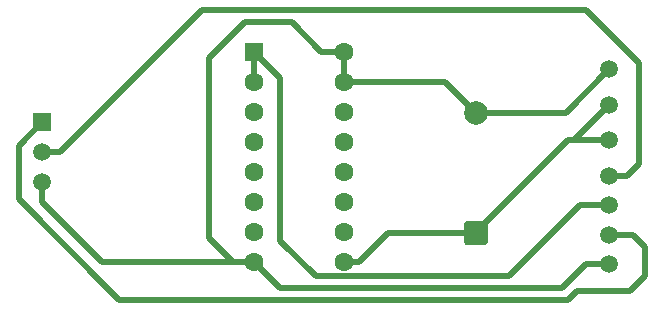
<source format=gbr>
%TF.GenerationSoftware,KiCad,Pcbnew,9.0.3-9.0.3-0~ubuntu24.04.1*%
%TF.CreationDate,2025-07-20T22:02:49+02:00*%
%TF.ProjectId,humidity-control,68756d69-6469-4747-992d-636f6e74726f,rev?*%
%TF.SameCoordinates,Original*%
%TF.FileFunction,Copper,L2,Bot*%
%TF.FilePolarity,Positive*%
%FSLAX46Y46*%
G04 Gerber Fmt 4.6, Leading zero omitted, Abs format (unit mm)*
G04 Created by KiCad (PCBNEW 9.0.3-9.0.3-0~ubuntu24.04.1) date 2025-07-20 22:02:49*
%MOMM*%
%LPD*%
G01*
G04 APERTURE LIST*
G04 Aperture macros list*
%AMRoundRect*
0 Rectangle with rounded corners*
0 $1 Rounding radius*
0 $2 $3 $4 $5 $6 $7 $8 $9 X,Y pos of 4 corners*
0 Add a 4 corners polygon primitive as box body*
4,1,4,$2,$3,$4,$5,$6,$7,$8,$9,$2,$3,0*
0 Add four circle primitives for the rounded corners*
1,1,$1+$1,$2,$3*
1,1,$1+$1,$4,$5*
1,1,$1+$1,$6,$7*
1,1,$1+$1,$8,$9*
0 Add four rect primitives between the rounded corners*
20,1,$1+$1,$2,$3,$4,$5,0*
20,1,$1+$1,$4,$5,$6,$7,0*
20,1,$1+$1,$6,$7,$8,$9,0*
20,1,$1+$1,$8,$9,$2,$3,0*%
G04 Aperture macros list end*
%TA.AperFunction,ComponentPad*%
%ADD10C,1.500000*%
%TD*%
%TA.AperFunction,ComponentPad*%
%ADD11R,1.500000X1.500000*%
%TD*%
%TA.AperFunction,ComponentPad*%
%ADD12RoundRect,0.250000X-0.550000X-0.550000X0.550000X-0.550000X0.550000X0.550000X-0.550000X0.550000X0*%
%TD*%
%TA.AperFunction,ComponentPad*%
%ADD13C,1.600000*%
%TD*%
%TA.AperFunction,ComponentPad*%
%ADD14RoundRect,0.250000X0.750000X-0.750000X0.750000X0.750000X-0.750000X0.750000X-0.750000X-0.750000X0*%
%TD*%
%TA.AperFunction,ComponentPad*%
%ADD15C,2.000000*%
%TD*%
%TA.AperFunction,Conductor*%
%ADD16C,0.500000*%
%TD*%
%TA.AperFunction,Conductor*%
%ADD17C,0.200000*%
%TD*%
G04 APERTURE END LIST*
D10*
%TO.P,,2*%
%TO.N,N/C*%
X169000000Y-68000000D03*
%TD*%
%TO.P,,2*%
%TO.N,N/C*%
X169000000Y-65000000D03*
%TD*%
%TO.P,,2*%
%TO.N,N/C*%
X169000000Y-76500000D03*
%TD*%
%TO.P,,2*%
%TO.N,N/C*%
X169000000Y-71000000D03*
%TD*%
%TO.P,,2*%
%TO.N,N/C*%
X169000000Y-81500000D03*
%TD*%
%TO.P,,2*%
%TO.N,N/C*%
X169000000Y-74000000D03*
%TD*%
%TO.P,,2*%
%TO.N,N/C*%
X169000000Y-79000000D03*
%TD*%
D11*
%TO.P,HDT11,1*%
%TO.N,N/C*%
X121000000Y-69500000D03*
D10*
%TO.P,HDT11,2*%
X121000000Y-72000000D03*
%TO.P,HDT11,3*%
X121000000Y-74500000D03*
%TD*%
D12*
%TO.P,ULN7002A,1*%
%TO.N,N/C*%
X138880000Y-63500000D03*
D13*
%TO.P,ULN7002A,2*%
X138880000Y-66040000D03*
%TO.P,ULN7002A,3*%
X138880000Y-68580000D03*
%TO.P,ULN7002A,4*%
X138880000Y-71120000D03*
%TO.P,ULN7002A,5*%
X138880000Y-73660000D03*
%TO.P,ULN7002A,6*%
X138880000Y-76200000D03*
%TO.P,ULN7002A,7*%
X138880000Y-78740000D03*
%TO.P,ULN7002A,8*%
X138880000Y-81280000D03*
%TO.P,ULN7002A,9*%
X146500000Y-81280000D03*
%TO.P,ULN7002A,10*%
X146500000Y-78740000D03*
%TO.P,ULN7002A,11*%
X146500000Y-76200000D03*
%TO.P,ULN7002A,12*%
X146500000Y-73660000D03*
%TO.P,ULN7002A,13*%
X146500000Y-71120000D03*
%TO.P,ULN7002A,14*%
X146500000Y-68580000D03*
%TO.P,ULN7002A,15*%
X146500000Y-66040000D03*
%TO.P,ULN7002A,16*%
X146500000Y-63500000D03*
%TD*%
D14*
%TO.P,REF\u002A\u002A,1*%
%TO.N,N/C*%
X157750000Y-78830000D03*
D15*
%TO.P,REF\u002A\u002A,2*%
X157750000Y-68670000D03*
%TD*%
D16*
%TO.N,*%
X157750000Y-68670000D02*
X165330000Y-68670000D01*
X165330000Y-68670000D02*
X169000000Y-65000000D01*
X146500000Y-66040000D02*
X155120000Y-66040000D01*
X155120000Y-66040000D02*
X157750000Y-68670000D01*
X146500000Y-66040000D02*
X146540000Y-66000000D01*
X146500000Y-81280000D02*
X147780000Y-81280000D01*
X147780000Y-81280000D02*
X150230000Y-78830000D01*
X150230000Y-78830000D02*
X157750000Y-78830000D01*
X138880000Y-63500000D02*
X141130000Y-65750000D01*
X141130000Y-65750000D02*
X141130000Y-79500000D01*
X141130000Y-79500000D02*
X144130000Y-82500000D01*
X144130000Y-82500000D02*
X147000000Y-82500000D01*
X147000000Y-82500000D02*
X160500000Y-82500000D01*
X160500000Y-82500000D02*
X166500000Y-76500000D01*
X166500000Y-76500000D02*
X169000000Y-76500000D01*
X141130000Y-83500000D02*
X165000000Y-83500000D01*
X121000000Y-74500000D02*
X121000000Y-76246200D01*
X121000000Y-76246200D02*
X126033800Y-81280000D01*
X126033800Y-81280000D02*
X138880000Y-81280000D01*
X165500000Y-71000000D02*
X166000000Y-71000000D01*
X166000000Y-71000000D02*
X169000000Y-68000000D01*
X121000000Y-72000000D02*
X122500000Y-72000000D01*
X122500000Y-72000000D02*
X134500000Y-60000000D01*
X167000000Y-60000000D02*
X171500000Y-64500000D01*
X134500000Y-60000000D02*
X167000000Y-60000000D01*
X171500000Y-64500000D02*
X171500000Y-73000000D01*
X170500000Y-74000000D02*
X169000000Y-74000000D01*
X171500000Y-73000000D02*
X170500000Y-74000000D01*
X138130000Y-61000000D02*
X135130000Y-64000000D01*
X135130000Y-79280000D02*
X137130000Y-81280000D01*
X142130000Y-61000000D02*
X138130000Y-61000000D01*
X137130000Y-81280000D02*
X138880000Y-81280000D01*
X146500000Y-63500000D02*
X144630000Y-63500000D01*
X144630000Y-63500000D02*
X142130000Y-61000000D01*
X135130000Y-64000000D02*
X135130000Y-79280000D01*
X138880000Y-81280000D02*
X138910000Y-81280000D01*
X138910000Y-81280000D02*
X141130000Y-83500000D01*
X169000000Y-81500000D02*
X167000000Y-81500000D01*
X167000000Y-81500000D02*
X165000000Y-83500000D01*
X172000000Y-80000000D02*
X172000000Y-82500000D01*
X169000000Y-79000000D02*
X171000000Y-79000000D01*
X171000000Y-79000000D02*
X172000000Y-80000000D01*
X172000000Y-82500000D02*
X170750000Y-83750000D01*
X165500000Y-84500000D02*
X127500000Y-84500000D01*
X170750000Y-83750000D02*
X166250000Y-83750000D01*
X166250000Y-83750000D02*
X165500000Y-84500000D01*
X127500000Y-84500000D02*
X127000000Y-84000000D01*
X127000000Y-84000000D02*
X119000000Y-76000000D01*
X119000000Y-76000000D02*
X119000000Y-71500000D01*
X119000000Y-71500000D02*
X121000000Y-69500000D01*
X138880000Y-81280000D02*
X139130000Y-81530000D01*
X157750000Y-78750000D02*
X165500000Y-71000000D01*
D17*
X157750000Y-78830000D02*
X157750000Y-78750000D01*
D16*
X169000000Y-71000000D02*
X166500000Y-71000000D01*
X165500000Y-71000000D02*
X166500000Y-71000000D01*
X166500000Y-71000000D02*
X166080000Y-71000000D01*
X146500000Y-63500000D02*
X146500000Y-66040000D01*
X138880000Y-63500000D02*
X138880000Y-66040000D01*
D17*
X158000000Y-79750000D02*
X156830000Y-79750000D01*
X146500000Y-81280000D02*
X146720000Y-81500000D01*
%TD*%
M02*

</source>
